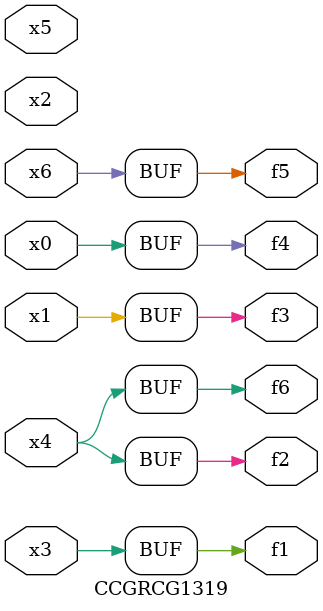
<source format=v>
module CCGRCG1319(
	input x0, x1, x2, x3, x4, x5, x6,
	output f1, f2, f3, f4, f5, f6
);
	assign f1 = x3;
	assign f2 = x4;
	assign f3 = x1;
	assign f4 = x0;
	assign f5 = x6;
	assign f6 = x4;
endmodule

</source>
